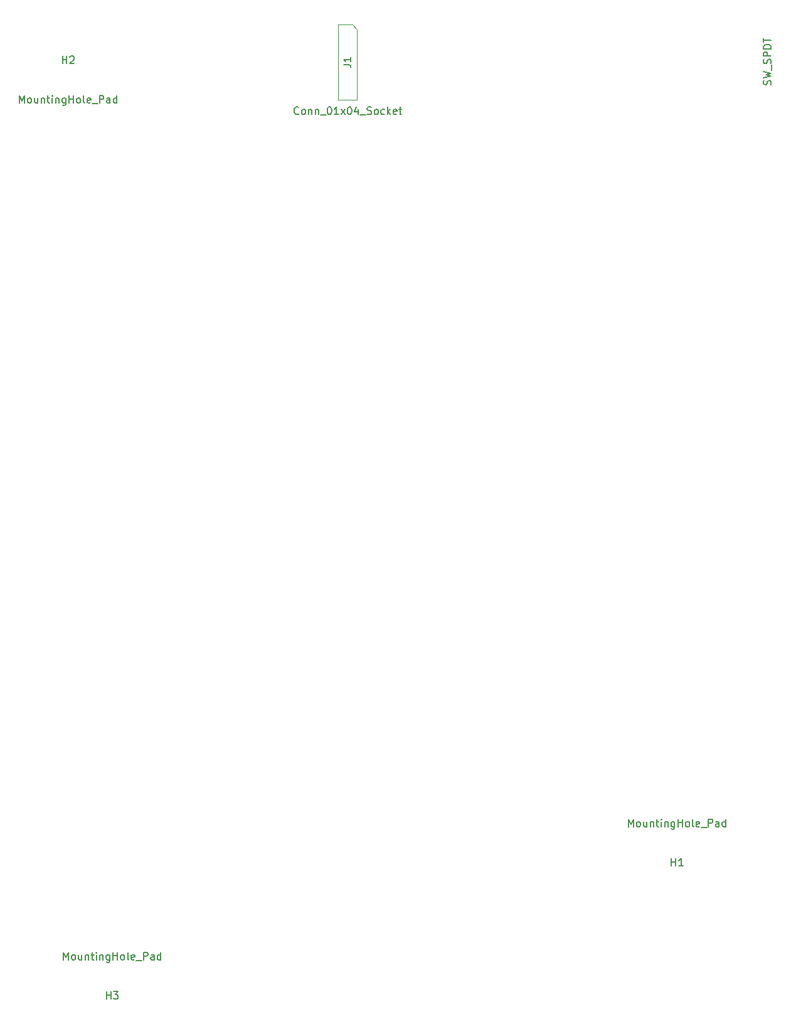
<source format=gbr>
%TF.GenerationSoftware,KiCad,Pcbnew,7.0.8-7.0.8~ubuntu22.04.1*%
%TF.CreationDate,2023-11-09T15:08:59-07:00*%
%TF.ProjectId,stepper_microscope_stage,73746570-7065-4725-9f6d-6963726f7363,10*%
%TF.SameCoordinates,Original*%
%TF.FileFunction,AssemblyDrawing,Top*%
%FSLAX46Y46*%
G04 Gerber Fmt 4.6, Leading zero omitted, Abs format (unit mm)*
G04 Created by KiCad (PCBNEW 7.0.8-7.0.8~ubuntu22.04.1) date 2023-11-09 15:08:59*
%MOMM*%
%LPD*%
G01*
G04 APERTURE LIST*
%ADD10C,0.150000*%
%ADD11C,0.100000*%
G04 APERTURE END LIST*
D10*
X142452556Y-52428093D02*
X142500175Y-52285236D01*
X142500175Y-52285236D02*
X142500175Y-52047141D01*
X142500175Y-52047141D02*
X142452556Y-51951903D01*
X142452556Y-51951903D02*
X142404936Y-51904284D01*
X142404936Y-51904284D02*
X142309698Y-51856665D01*
X142309698Y-51856665D02*
X142214460Y-51856665D01*
X142214460Y-51856665D02*
X142119222Y-51904284D01*
X142119222Y-51904284D02*
X142071603Y-51951903D01*
X142071603Y-51951903D02*
X142023984Y-52047141D01*
X142023984Y-52047141D02*
X141976365Y-52237617D01*
X141976365Y-52237617D02*
X141928746Y-52332855D01*
X141928746Y-52332855D02*
X141881127Y-52380474D01*
X141881127Y-52380474D02*
X141785889Y-52428093D01*
X141785889Y-52428093D02*
X141690651Y-52428093D01*
X141690651Y-52428093D02*
X141595413Y-52380474D01*
X141595413Y-52380474D02*
X141547794Y-52332855D01*
X141547794Y-52332855D02*
X141500175Y-52237617D01*
X141500175Y-52237617D02*
X141500175Y-51999522D01*
X141500175Y-51999522D02*
X141547794Y-51856665D01*
X141500175Y-51523331D02*
X142500175Y-51285236D01*
X142500175Y-51285236D02*
X141785889Y-51094760D01*
X141785889Y-51094760D02*
X142500175Y-50904284D01*
X142500175Y-50904284D02*
X141500175Y-50666189D01*
X142595413Y-50523332D02*
X142595413Y-49761427D01*
X142452556Y-49570950D02*
X142500175Y-49428093D01*
X142500175Y-49428093D02*
X142500175Y-49189998D01*
X142500175Y-49189998D02*
X142452556Y-49094760D01*
X142452556Y-49094760D02*
X142404936Y-49047141D01*
X142404936Y-49047141D02*
X142309698Y-48999522D01*
X142309698Y-48999522D02*
X142214460Y-48999522D01*
X142214460Y-48999522D02*
X142119222Y-49047141D01*
X142119222Y-49047141D02*
X142071603Y-49094760D01*
X142071603Y-49094760D02*
X142023984Y-49189998D01*
X142023984Y-49189998D02*
X141976365Y-49380474D01*
X141976365Y-49380474D02*
X141928746Y-49475712D01*
X141928746Y-49475712D02*
X141881127Y-49523331D01*
X141881127Y-49523331D02*
X141785889Y-49570950D01*
X141785889Y-49570950D02*
X141690651Y-49570950D01*
X141690651Y-49570950D02*
X141595413Y-49523331D01*
X141595413Y-49523331D02*
X141547794Y-49475712D01*
X141547794Y-49475712D02*
X141500175Y-49380474D01*
X141500175Y-49380474D02*
X141500175Y-49142379D01*
X141500175Y-49142379D02*
X141547794Y-48999522D01*
X142500175Y-48570950D02*
X141500175Y-48570950D01*
X141500175Y-48570950D02*
X141500175Y-48189998D01*
X141500175Y-48189998D02*
X141547794Y-48094760D01*
X141547794Y-48094760D02*
X141595413Y-48047141D01*
X141595413Y-48047141D02*
X141690651Y-47999522D01*
X141690651Y-47999522D02*
X141833508Y-47999522D01*
X141833508Y-47999522D02*
X141928746Y-48047141D01*
X141928746Y-48047141D02*
X141976365Y-48094760D01*
X141976365Y-48094760D02*
X142023984Y-48189998D01*
X142023984Y-48189998D02*
X142023984Y-48570950D01*
X142500175Y-47570950D02*
X141500175Y-47570950D01*
X141500175Y-47570950D02*
X141500175Y-47332855D01*
X141500175Y-47332855D02*
X141547794Y-47189998D01*
X141547794Y-47189998D02*
X141643032Y-47094760D01*
X141643032Y-47094760D02*
X141738270Y-47047141D01*
X141738270Y-47047141D02*
X141928746Y-46999522D01*
X141928746Y-46999522D02*
X142071603Y-46999522D01*
X142071603Y-46999522D02*
X142262079Y-47047141D01*
X142262079Y-47047141D02*
X142357317Y-47094760D01*
X142357317Y-47094760D02*
X142452556Y-47189998D01*
X142452556Y-47189998D02*
X142500175Y-47332855D01*
X142500175Y-47332855D02*
X142500175Y-47570950D01*
X141500175Y-46713807D02*
X141500175Y-46142379D01*
X142500175Y-46428093D02*
X141500175Y-46428093D01*
X78757616Y-56327436D02*
X78709997Y-56375056D01*
X78709997Y-56375056D02*
X78567140Y-56422675D01*
X78567140Y-56422675D02*
X78471902Y-56422675D01*
X78471902Y-56422675D02*
X78329045Y-56375056D01*
X78329045Y-56375056D02*
X78233807Y-56279817D01*
X78233807Y-56279817D02*
X78186188Y-56184579D01*
X78186188Y-56184579D02*
X78138569Y-55994103D01*
X78138569Y-55994103D02*
X78138569Y-55851246D01*
X78138569Y-55851246D02*
X78186188Y-55660770D01*
X78186188Y-55660770D02*
X78233807Y-55565532D01*
X78233807Y-55565532D02*
X78329045Y-55470294D01*
X78329045Y-55470294D02*
X78471902Y-55422675D01*
X78471902Y-55422675D02*
X78567140Y-55422675D01*
X78567140Y-55422675D02*
X78709997Y-55470294D01*
X78709997Y-55470294D02*
X78757616Y-55517913D01*
X79329045Y-56422675D02*
X79233807Y-56375056D01*
X79233807Y-56375056D02*
X79186188Y-56327436D01*
X79186188Y-56327436D02*
X79138569Y-56232198D01*
X79138569Y-56232198D02*
X79138569Y-55946484D01*
X79138569Y-55946484D02*
X79186188Y-55851246D01*
X79186188Y-55851246D02*
X79233807Y-55803627D01*
X79233807Y-55803627D02*
X79329045Y-55756008D01*
X79329045Y-55756008D02*
X79471902Y-55756008D01*
X79471902Y-55756008D02*
X79567140Y-55803627D01*
X79567140Y-55803627D02*
X79614759Y-55851246D01*
X79614759Y-55851246D02*
X79662378Y-55946484D01*
X79662378Y-55946484D02*
X79662378Y-56232198D01*
X79662378Y-56232198D02*
X79614759Y-56327436D01*
X79614759Y-56327436D02*
X79567140Y-56375056D01*
X79567140Y-56375056D02*
X79471902Y-56422675D01*
X79471902Y-56422675D02*
X79329045Y-56422675D01*
X80090950Y-55756008D02*
X80090950Y-56422675D01*
X80090950Y-55851246D02*
X80138569Y-55803627D01*
X80138569Y-55803627D02*
X80233807Y-55756008D01*
X80233807Y-55756008D02*
X80376664Y-55756008D01*
X80376664Y-55756008D02*
X80471902Y-55803627D01*
X80471902Y-55803627D02*
X80519521Y-55898865D01*
X80519521Y-55898865D02*
X80519521Y-56422675D01*
X80995712Y-55756008D02*
X80995712Y-56422675D01*
X80995712Y-55851246D02*
X81043331Y-55803627D01*
X81043331Y-55803627D02*
X81138569Y-55756008D01*
X81138569Y-55756008D02*
X81281426Y-55756008D01*
X81281426Y-55756008D02*
X81376664Y-55803627D01*
X81376664Y-55803627D02*
X81424283Y-55898865D01*
X81424283Y-55898865D02*
X81424283Y-56422675D01*
X81662379Y-56517913D02*
X82424283Y-56517913D01*
X82852855Y-55422675D02*
X82948093Y-55422675D01*
X82948093Y-55422675D02*
X83043331Y-55470294D01*
X83043331Y-55470294D02*
X83090950Y-55517913D01*
X83090950Y-55517913D02*
X83138569Y-55613151D01*
X83138569Y-55613151D02*
X83186188Y-55803627D01*
X83186188Y-55803627D02*
X83186188Y-56041722D01*
X83186188Y-56041722D02*
X83138569Y-56232198D01*
X83138569Y-56232198D02*
X83090950Y-56327436D01*
X83090950Y-56327436D02*
X83043331Y-56375056D01*
X83043331Y-56375056D02*
X82948093Y-56422675D01*
X82948093Y-56422675D02*
X82852855Y-56422675D01*
X82852855Y-56422675D02*
X82757617Y-56375056D01*
X82757617Y-56375056D02*
X82709998Y-56327436D01*
X82709998Y-56327436D02*
X82662379Y-56232198D01*
X82662379Y-56232198D02*
X82614760Y-56041722D01*
X82614760Y-56041722D02*
X82614760Y-55803627D01*
X82614760Y-55803627D02*
X82662379Y-55613151D01*
X82662379Y-55613151D02*
X82709998Y-55517913D01*
X82709998Y-55517913D02*
X82757617Y-55470294D01*
X82757617Y-55470294D02*
X82852855Y-55422675D01*
X84138569Y-56422675D02*
X83567141Y-56422675D01*
X83852855Y-56422675D02*
X83852855Y-55422675D01*
X83852855Y-55422675D02*
X83757617Y-55565532D01*
X83757617Y-55565532D02*
X83662379Y-55660770D01*
X83662379Y-55660770D02*
X83567141Y-55708389D01*
X84471903Y-56422675D02*
X84995712Y-55756008D01*
X84471903Y-55756008D02*
X84995712Y-56422675D01*
X85567141Y-55422675D02*
X85662379Y-55422675D01*
X85662379Y-55422675D02*
X85757617Y-55470294D01*
X85757617Y-55470294D02*
X85805236Y-55517913D01*
X85805236Y-55517913D02*
X85852855Y-55613151D01*
X85852855Y-55613151D02*
X85900474Y-55803627D01*
X85900474Y-55803627D02*
X85900474Y-56041722D01*
X85900474Y-56041722D02*
X85852855Y-56232198D01*
X85852855Y-56232198D02*
X85805236Y-56327436D01*
X85805236Y-56327436D02*
X85757617Y-56375056D01*
X85757617Y-56375056D02*
X85662379Y-56422675D01*
X85662379Y-56422675D02*
X85567141Y-56422675D01*
X85567141Y-56422675D02*
X85471903Y-56375056D01*
X85471903Y-56375056D02*
X85424284Y-56327436D01*
X85424284Y-56327436D02*
X85376665Y-56232198D01*
X85376665Y-56232198D02*
X85329046Y-56041722D01*
X85329046Y-56041722D02*
X85329046Y-55803627D01*
X85329046Y-55803627D02*
X85376665Y-55613151D01*
X85376665Y-55613151D02*
X85424284Y-55517913D01*
X85424284Y-55517913D02*
X85471903Y-55470294D01*
X85471903Y-55470294D02*
X85567141Y-55422675D01*
X86757617Y-55756008D02*
X86757617Y-56422675D01*
X86519522Y-55375056D02*
X86281427Y-56089341D01*
X86281427Y-56089341D02*
X86900474Y-56089341D01*
X87043332Y-56517913D02*
X87805236Y-56517913D01*
X87995713Y-56375056D02*
X88138570Y-56422675D01*
X88138570Y-56422675D02*
X88376665Y-56422675D01*
X88376665Y-56422675D02*
X88471903Y-56375056D01*
X88471903Y-56375056D02*
X88519522Y-56327436D01*
X88519522Y-56327436D02*
X88567141Y-56232198D01*
X88567141Y-56232198D02*
X88567141Y-56136960D01*
X88567141Y-56136960D02*
X88519522Y-56041722D01*
X88519522Y-56041722D02*
X88471903Y-55994103D01*
X88471903Y-55994103D02*
X88376665Y-55946484D01*
X88376665Y-55946484D02*
X88186189Y-55898865D01*
X88186189Y-55898865D02*
X88090951Y-55851246D01*
X88090951Y-55851246D02*
X88043332Y-55803627D01*
X88043332Y-55803627D02*
X87995713Y-55708389D01*
X87995713Y-55708389D02*
X87995713Y-55613151D01*
X87995713Y-55613151D02*
X88043332Y-55517913D01*
X88043332Y-55517913D02*
X88090951Y-55470294D01*
X88090951Y-55470294D02*
X88186189Y-55422675D01*
X88186189Y-55422675D02*
X88424284Y-55422675D01*
X88424284Y-55422675D02*
X88567141Y-55470294D01*
X89138570Y-56422675D02*
X89043332Y-56375056D01*
X89043332Y-56375056D02*
X88995713Y-56327436D01*
X88995713Y-56327436D02*
X88948094Y-56232198D01*
X88948094Y-56232198D02*
X88948094Y-55946484D01*
X88948094Y-55946484D02*
X88995713Y-55851246D01*
X88995713Y-55851246D02*
X89043332Y-55803627D01*
X89043332Y-55803627D02*
X89138570Y-55756008D01*
X89138570Y-55756008D02*
X89281427Y-55756008D01*
X89281427Y-55756008D02*
X89376665Y-55803627D01*
X89376665Y-55803627D02*
X89424284Y-55851246D01*
X89424284Y-55851246D02*
X89471903Y-55946484D01*
X89471903Y-55946484D02*
X89471903Y-56232198D01*
X89471903Y-56232198D02*
X89424284Y-56327436D01*
X89424284Y-56327436D02*
X89376665Y-56375056D01*
X89376665Y-56375056D02*
X89281427Y-56422675D01*
X89281427Y-56422675D02*
X89138570Y-56422675D01*
X90329046Y-56375056D02*
X90233808Y-56422675D01*
X90233808Y-56422675D02*
X90043332Y-56422675D01*
X90043332Y-56422675D02*
X89948094Y-56375056D01*
X89948094Y-56375056D02*
X89900475Y-56327436D01*
X89900475Y-56327436D02*
X89852856Y-56232198D01*
X89852856Y-56232198D02*
X89852856Y-55946484D01*
X89852856Y-55946484D02*
X89900475Y-55851246D01*
X89900475Y-55851246D02*
X89948094Y-55803627D01*
X89948094Y-55803627D02*
X90043332Y-55756008D01*
X90043332Y-55756008D02*
X90233808Y-55756008D01*
X90233808Y-55756008D02*
X90329046Y-55803627D01*
X90757618Y-56422675D02*
X90757618Y-55422675D01*
X90852856Y-56041722D02*
X91138570Y-56422675D01*
X91138570Y-55756008D02*
X90757618Y-56136960D01*
X91948094Y-56375056D02*
X91852856Y-56422675D01*
X91852856Y-56422675D02*
X91662380Y-56422675D01*
X91662380Y-56422675D02*
X91567142Y-56375056D01*
X91567142Y-56375056D02*
X91519523Y-56279817D01*
X91519523Y-56279817D02*
X91519523Y-55898865D01*
X91519523Y-55898865D02*
X91567142Y-55803627D01*
X91567142Y-55803627D02*
X91662380Y-55756008D01*
X91662380Y-55756008D02*
X91852856Y-55756008D01*
X91852856Y-55756008D02*
X91948094Y-55803627D01*
X91948094Y-55803627D02*
X91995713Y-55898865D01*
X91995713Y-55898865D02*
X91995713Y-55994103D01*
X91995713Y-55994103D02*
X91519523Y-56089341D01*
X92281428Y-55756008D02*
X92662380Y-55756008D01*
X92424285Y-55422675D02*
X92424285Y-56279817D01*
X92424285Y-56279817D02*
X92471904Y-56375056D01*
X92471904Y-56375056D02*
X92567142Y-56422675D01*
X92567142Y-56422675D02*
X92662380Y-56422675D01*
X84807675Y-49721189D02*
X85521960Y-49721189D01*
X85521960Y-49721189D02*
X85664817Y-49768808D01*
X85664817Y-49768808D02*
X85760056Y-49864046D01*
X85760056Y-49864046D02*
X85807675Y-50006903D01*
X85807675Y-50006903D02*
X85807675Y-50102141D01*
X85807675Y-48721189D02*
X85807675Y-49292617D01*
X85807675Y-49006903D02*
X84807675Y-49006903D01*
X84807675Y-49006903D02*
X84950532Y-49102141D01*
X84950532Y-49102141D02*
X85045770Y-49197379D01*
X85045770Y-49197379D02*
X85093389Y-49292617D01*
X41056427Y-54882675D02*
X41056427Y-53882675D01*
X41056427Y-53882675D02*
X41389760Y-54596960D01*
X41389760Y-54596960D02*
X41723093Y-53882675D01*
X41723093Y-53882675D02*
X41723093Y-54882675D01*
X42342141Y-54882675D02*
X42246903Y-54835056D01*
X42246903Y-54835056D02*
X42199284Y-54787436D01*
X42199284Y-54787436D02*
X42151665Y-54692198D01*
X42151665Y-54692198D02*
X42151665Y-54406484D01*
X42151665Y-54406484D02*
X42199284Y-54311246D01*
X42199284Y-54311246D02*
X42246903Y-54263627D01*
X42246903Y-54263627D02*
X42342141Y-54216008D01*
X42342141Y-54216008D02*
X42484998Y-54216008D01*
X42484998Y-54216008D02*
X42580236Y-54263627D01*
X42580236Y-54263627D02*
X42627855Y-54311246D01*
X42627855Y-54311246D02*
X42675474Y-54406484D01*
X42675474Y-54406484D02*
X42675474Y-54692198D01*
X42675474Y-54692198D02*
X42627855Y-54787436D01*
X42627855Y-54787436D02*
X42580236Y-54835056D01*
X42580236Y-54835056D02*
X42484998Y-54882675D01*
X42484998Y-54882675D02*
X42342141Y-54882675D01*
X43532617Y-54216008D02*
X43532617Y-54882675D01*
X43104046Y-54216008D02*
X43104046Y-54739817D01*
X43104046Y-54739817D02*
X43151665Y-54835056D01*
X43151665Y-54835056D02*
X43246903Y-54882675D01*
X43246903Y-54882675D02*
X43389760Y-54882675D01*
X43389760Y-54882675D02*
X43484998Y-54835056D01*
X43484998Y-54835056D02*
X43532617Y-54787436D01*
X44008808Y-54216008D02*
X44008808Y-54882675D01*
X44008808Y-54311246D02*
X44056427Y-54263627D01*
X44056427Y-54263627D02*
X44151665Y-54216008D01*
X44151665Y-54216008D02*
X44294522Y-54216008D01*
X44294522Y-54216008D02*
X44389760Y-54263627D01*
X44389760Y-54263627D02*
X44437379Y-54358865D01*
X44437379Y-54358865D02*
X44437379Y-54882675D01*
X44770713Y-54216008D02*
X45151665Y-54216008D01*
X44913570Y-53882675D02*
X44913570Y-54739817D01*
X44913570Y-54739817D02*
X44961189Y-54835056D01*
X44961189Y-54835056D02*
X45056427Y-54882675D01*
X45056427Y-54882675D02*
X45151665Y-54882675D01*
X45484999Y-54882675D02*
X45484999Y-54216008D01*
X45484999Y-53882675D02*
X45437380Y-53930294D01*
X45437380Y-53930294D02*
X45484999Y-53977913D01*
X45484999Y-53977913D02*
X45532618Y-53930294D01*
X45532618Y-53930294D02*
X45484999Y-53882675D01*
X45484999Y-53882675D02*
X45484999Y-53977913D01*
X45961189Y-54216008D02*
X45961189Y-54882675D01*
X45961189Y-54311246D02*
X46008808Y-54263627D01*
X46008808Y-54263627D02*
X46104046Y-54216008D01*
X46104046Y-54216008D02*
X46246903Y-54216008D01*
X46246903Y-54216008D02*
X46342141Y-54263627D01*
X46342141Y-54263627D02*
X46389760Y-54358865D01*
X46389760Y-54358865D02*
X46389760Y-54882675D01*
X47294522Y-54216008D02*
X47294522Y-55025532D01*
X47294522Y-55025532D02*
X47246903Y-55120770D01*
X47246903Y-55120770D02*
X47199284Y-55168389D01*
X47199284Y-55168389D02*
X47104046Y-55216008D01*
X47104046Y-55216008D02*
X46961189Y-55216008D01*
X46961189Y-55216008D02*
X46865951Y-55168389D01*
X47294522Y-54835056D02*
X47199284Y-54882675D01*
X47199284Y-54882675D02*
X47008808Y-54882675D01*
X47008808Y-54882675D02*
X46913570Y-54835056D01*
X46913570Y-54835056D02*
X46865951Y-54787436D01*
X46865951Y-54787436D02*
X46818332Y-54692198D01*
X46818332Y-54692198D02*
X46818332Y-54406484D01*
X46818332Y-54406484D02*
X46865951Y-54311246D01*
X46865951Y-54311246D02*
X46913570Y-54263627D01*
X46913570Y-54263627D02*
X47008808Y-54216008D01*
X47008808Y-54216008D02*
X47199284Y-54216008D01*
X47199284Y-54216008D02*
X47294522Y-54263627D01*
X47770713Y-54882675D02*
X47770713Y-53882675D01*
X47770713Y-54358865D02*
X48342141Y-54358865D01*
X48342141Y-54882675D02*
X48342141Y-53882675D01*
X48961189Y-54882675D02*
X48865951Y-54835056D01*
X48865951Y-54835056D02*
X48818332Y-54787436D01*
X48818332Y-54787436D02*
X48770713Y-54692198D01*
X48770713Y-54692198D02*
X48770713Y-54406484D01*
X48770713Y-54406484D02*
X48818332Y-54311246D01*
X48818332Y-54311246D02*
X48865951Y-54263627D01*
X48865951Y-54263627D02*
X48961189Y-54216008D01*
X48961189Y-54216008D02*
X49104046Y-54216008D01*
X49104046Y-54216008D02*
X49199284Y-54263627D01*
X49199284Y-54263627D02*
X49246903Y-54311246D01*
X49246903Y-54311246D02*
X49294522Y-54406484D01*
X49294522Y-54406484D02*
X49294522Y-54692198D01*
X49294522Y-54692198D02*
X49246903Y-54787436D01*
X49246903Y-54787436D02*
X49199284Y-54835056D01*
X49199284Y-54835056D02*
X49104046Y-54882675D01*
X49104046Y-54882675D02*
X48961189Y-54882675D01*
X49865951Y-54882675D02*
X49770713Y-54835056D01*
X49770713Y-54835056D02*
X49723094Y-54739817D01*
X49723094Y-54739817D02*
X49723094Y-53882675D01*
X50627856Y-54835056D02*
X50532618Y-54882675D01*
X50532618Y-54882675D02*
X50342142Y-54882675D01*
X50342142Y-54882675D02*
X50246904Y-54835056D01*
X50246904Y-54835056D02*
X50199285Y-54739817D01*
X50199285Y-54739817D02*
X50199285Y-54358865D01*
X50199285Y-54358865D02*
X50246904Y-54263627D01*
X50246904Y-54263627D02*
X50342142Y-54216008D01*
X50342142Y-54216008D02*
X50532618Y-54216008D01*
X50532618Y-54216008D02*
X50627856Y-54263627D01*
X50627856Y-54263627D02*
X50675475Y-54358865D01*
X50675475Y-54358865D02*
X50675475Y-54454103D01*
X50675475Y-54454103D02*
X50199285Y-54549341D01*
X50865952Y-54977913D02*
X51627856Y-54977913D01*
X51865952Y-54882675D02*
X51865952Y-53882675D01*
X51865952Y-53882675D02*
X52246904Y-53882675D01*
X52246904Y-53882675D02*
X52342142Y-53930294D01*
X52342142Y-53930294D02*
X52389761Y-53977913D01*
X52389761Y-53977913D02*
X52437380Y-54073151D01*
X52437380Y-54073151D02*
X52437380Y-54216008D01*
X52437380Y-54216008D02*
X52389761Y-54311246D01*
X52389761Y-54311246D02*
X52342142Y-54358865D01*
X52342142Y-54358865D02*
X52246904Y-54406484D01*
X52246904Y-54406484D02*
X51865952Y-54406484D01*
X53294523Y-54882675D02*
X53294523Y-54358865D01*
X53294523Y-54358865D02*
X53246904Y-54263627D01*
X53246904Y-54263627D02*
X53151666Y-54216008D01*
X53151666Y-54216008D02*
X52961190Y-54216008D01*
X52961190Y-54216008D02*
X52865952Y-54263627D01*
X53294523Y-54835056D02*
X53199285Y-54882675D01*
X53199285Y-54882675D02*
X52961190Y-54882675D01*
X52961190Y-54882675D02*
X52865952Y-54835056D01*
X52865952Y-54835056D02*
X52818333Y-54739817D01*
X52818333Y-54739817D02*
X52818333Y-54644579D01*
X52818333Y-54644579D02*
X52865952Y-54549341D01*
X52865952Y-54549341D02*
X52961190Y-54501722D01*
X52961190Y-54501722D02*
X53199285Y-54501722D01*
X53199285Y-54501722D02*
X53294523Y-54454103D01*
X54199285Y-54882675D02*
X54199285Y-53882675D01*
X54199285Y-54835056D02*
X54104047Y-54882675D01*
X54104047Y-54882675D02*
X53913571Y-54882675D01*
X53913571Y-54882675D02*
X53818333Y-54835056D01*
X53818333Y-54835056D02*
X53770714Y-54787436D01*
X53770714Y-54787436D02*
X53723095Y-54692198D01*
X53723095Y-54692198D02*
X53723095Y-54406484D01*
X53723095Y-54406484D02*
X53770714Y-54311246D01*
X53770714Y-54311246D02*
X53818333Y-54263627D01*
X53818333Y-54263627D02*
X53913571Y-54216008D01*
X53913571Y-54216008D02*
X54104047Y-54216008D01*
X54104047Y-54216008D02*
X54199285Y-54263627D01*
X46865951Y-49582675D02*
X46865951Y-48582675D01*
X46865951Y-49058865D02*
X47437379Y-49058865D01*
X47437379Y-49582675D02*
X47437379Y-48582675D01*
X47865951Y-48677913D02*
X47913570Y-48630294D01*
X47913570Y-48630294D02*
X48008808Y-48582675D01*
X48008808Y-48582675D02*
X48246903Y-48582675D01*
X48246903Y-48582675D02*
X48342141Y-48630294D01*
X48342141Y-48630294D02*
X48389760Y-48677913D01*
X48389760Y-48677913D02*
X48437379Y-48773151D01*
X48437379Y-48773151D02*
X48437379Y-48868389D01*
X48437379Y-48868389D02*
X48389760Y-49011246D01*
X48389760Y-49011246D02*
X47818332Y-49582675D01*
X47818332Y-49582675D02*
X48437379Y-49582675D01*
X47006427Y-170432675D02*
X47006427Y-169432675D01*
X47006427Y-169432675D02*
X47339760Y-170146960D01*
X47339760Y-170146960D02*
X47673093Y-169432675D01*
X47673093Y-169432675D02*
X47673093Y-170432675D01*
X48292141Y-170432675D02*
X48196903Y-170385056D01*
X48196903Y-170385056D02*
X48149284Y-170337436D01*
X48149284Y-170337436D02*
X48101665Y-170242198D01*
X48101665Y-170242198D02*
X48101665Y-169956484D01*
X48101665Y-169956484D02*
X48149284Y-169861246D01*
X48149284Y-169861246D02*
X48196903Y-169813627D01*
X48196903Y-169813627D02*
X48292141Y-169766008D01*
X48292141Y-169766008D02*
X48434998Y-169766008D01*
X48434998Y-169766008D02*
X48530236Y-169813627D01*
X48530236Y-169813627D02*
X48577855Y-169861246D01*
X48577855Y-169861246D02*
X48625474Y-169956484D01*
X48625474Y-169956484D02*
X48625474Y-170242198D01*
X48625474Y-170242198D02*
X48577855Y-170337436D01*
X48577855Y-170337436D02*
X48530236Y-170385056D01*
X48530236Y-170385056D02*
X48434998Y-170432675D01*
X48434998Y-170432675D02*
X48292141Y-170432675D01*
X49482617Y-169766008D02*
X49482617Y-170432675D01*
X49054046Y-169766008D02*
X49054046Y-170289817D01*
X49054046Y-170289817D02*
X49101665Y-170385056D01*
X49101665Y-170385056D02*
X49196903Y-170432675D01*
X49196903Y-170432675D02*
X49339760Y-170432675D01*
X49339760Y-170432675D02*
X49434998Y-170385056D01*
X49434998Y-170385056D02*
X49482617Y-170337436D01*
X49958808Y-169766008D02*
X49958808Y-170432675D01*
X49958808Y-169861246D02*
X50006427Y-169813627D01*
X50006427Y-169813627D02*
X50101665Y-169766008D01*
X50101665Y-169766008D02*
X50244522Y-169766008D01*
X50244522Y-169766008D02*
X50339760Y-169813627D01*
X50339760Y-169813627D02*
X50387379Y-169908865D01*
X50387379Y-169908865D02*
X50387379Y-170432675D01*
X50720713Y-169766008D02*
X51101665Y-169766008D01*
X50863570Y-169432675D02*
X50863570Y-170289817D01*
X50863570Y-170289817D02*
X50911189Y-170385056D01*
X50911189Y-170385056D02*
X51006427Y-170432675D01*
X51006427Y-170432675D02*
X51101665Y-170432675D01*
X51434999Y-170432675D02*
X51434999Y-169766008D01*
X51434999Y-169432675D02*
X51387380Y-169480294D01*
X51387380Y-169480294D02*
X51434999Y-169527913D01*
X51434999Y-169527913D02*
X51482618Y-169480294D01*
X51482618Y-169480294D02*
X51434999Y-169432675D01*
X51434999Y-169432675D02*
X51434999Y-169527913D01*
X51911189Y-169766008D02*
X51911189Y-170432675D01*
X51911189Y-169861246D02*
X51958808Y-169813627D01*
X51958808Y-169813627D02*
X52054046Y-169766008D01*
X52054046Y-169766008D02*
X52196903Y-169766008D01*
X52196903Y-169766008D02*
X52292141Y-169813627D01*
X52292141Y-169813627D02*
X52339760Y-169908865D01*
X52339760Y-169908865D02*
X52339760Y-170432675D01*
X53244522Y-169766008D02*
X53244522Y-170575532D01*
X53244522Y-170575532D02*
X53196903Y-170670770D01*
X53196903Y-170670770D02*
X53149284Y-170718389D01*
X53149284Y-170718389D02*
X53054046Y-170766008D01*
X53054046Y-170766008D02*
X52911189Y-170766008D01*
X52911189Y-170766008D02*
X52815951Y-170718389D01*
X53244522Y-170385056D02*
X53149284Y-170432675D01*
X53149284Y-170432675D02*
X52958808Y-170432675D01*
X52958808Y-170432675D02*
X52863570Y-170385056D01*
X52863570Y-170385056D02*
X52815951Y-170337436D01*
X52815951Y-170337436D02*
X52768332Y-170242198D01*
X52768332Y-170242198D02*
X52768332Y-169956484D01*
X52768332Y-169956484D02*
X52815951Y-169861246D01*
X52815951Y-169861246D02*
X52863570Y-169813627D01*
X52863570Y-169813627D02*
X52958808Y-169766008D01*
X52958808Y-169766008D02*
X53149284Y-169766008D01*
X53149284Y-169766008D02*
X53244522Y-169813627D01*
X53720713Y-170432675D02*
X53720713Y-169432675D01*
X53720713Y-169908865D02*
X54292141Y-169908865D01*
X54292141Y-170432675D02*
X54292141Y-169432675D01*
X54911189Y-170432675D02*
X54815951Y-170385056D01*
X54815951Y-170385056D02*
X54768332Y-170337436D01*
X54768332Y-170337436D02*
X54720713Y-170242198D01*
X54720713Y-170242198D02*
X54720713Y-169956484D01*
X54720713Y-169956484D02*
X54768332Y-169861246D01*
X54768332Y-169861246D02*
X54815951Y-169813627D01*
X54815951Y-169813627D02*
X54911189Y-169766008D01*
X54911189Y-169766008D02*
X55054046Y-169766008D01*
X55054046Y-169766008D02*
X55149284Y-169813627D01*
X55149284Y-169813627D02*
X55196903Y-169861246D01*
X55196903Y-169861246D02*
X55244522Y-169956484D01*
X55244522Y-169956484D02*
X55244522Y-170242198D01*
X55244522Y-170242198D02*
X55196903Y-170337436D01*
X55196903Y-170337436D02*
X55149284Y-170385056D01*
X55149284Y-170385056D02*
X55054046Y-170432675D01*
X55054046Y-170432675D02*
X54911189Y-170432675D01*
X55815951Y-170432675D02*
X55720713Y-170385056D01*
X55720713Y-170385056D02*
X55673094Y-170289817D01*
X55673094Y-170289817D02*
X55673094Y-169432675D01*
X56577856Y-170385056D02*
X56482618Y-170432675D01*
X56482618Y-170432675D02*
X56292142Y-170432675D01*
X56292142Y-170432675D02*
X56196904Y-170385056D01*
X56196904Y-170385056D02*
X56149285Y-170289817D01*
X56149285Y-170289817D02*
X56149285Y-169908865D01*
X56149285Y-169908865D02*
X56196904Y-169813627D01*
X56196904Y-169813627D02*
X56292142Y-169766008D01*
X56292142Y-169766008D02*
X56482618Y-169766008D01*
X56482618Y-169766008D02*
X56577856Y-169813627D01*
X56577856Y-169813627D02*
X56625475Y-169908865D01*
X56625475Y-169908865D02*
X56625475Y-170004103D01*
X56625475Y-170004103D02*
X56149285Y-170099341D01*
X56815952Y-170527913D02*
X57577856Y-170527913D01*
X57815952Y-170432675D02*
X57815952Y-169432675D01*
X57815952Y-169432675D02*
X58196904Y-169432675D01*
X58196904Y-169432675D02*
X58292142Y-169480294D01*
X58292142Y-169480294D02*
X58339761Y-169527913D01*
X58339761Y-169527913D02*
X58387380Y-169623151D01*
X58387380Y-169623151D02*
X58387380Y-169766008D01*
X58387380Y-169766008D02*
X58339761Y-169861246D01*
X58339761Y-169861246D02*
X58292142Y-169908865D01*
X58292142Y-169908865D02*
X58196904Y-169956484D01*
X58196904Y-169956484D02*
X57815952Y-169956484D01*
X59244523Y-170432675D02*
X59244523Y-169908865D01*
X59244523Y-169908865D02*
X59196904Y-169813627D01*
X59196904Y-169813627D02*
X59101666Y-169766008D01*
X59101666Y-169766008D02*
X58911190Y-169766008D01*
X58911190Y-169766008D02*
X58815952Y-169813627D01*
X59244523Y-170385056D02*
X59149285Y-170432675D01*
X59149285Y-170432675D02*
X58911190Y-170432675D01*
X58911190Y-170432675D02*
X58815952Y-170385056D01*
X58815952Y-170385056D02*
X58768333Y-170289817D01*
X58768333Y-170289817D02*
X58768333Y-170194579D01*
X58768333Y-170194579D02*
X58815952Y-170099341D01*
X58815952Y-170099341D02*
X58911190Y-170051722D01*
X58911190Y-170051722D02*
X59149285Y-170051722D01*
X59149285Y-170051722D02*
X59244523Y-170004103D01*
X60149285Y-170432675D02*
X60149285Y-169432675D01*
X60149285Y-170385056D02*
X60054047Y-170432675D01*
X60054047Y-170432675D02*
X59863571Y-170432675D01*
X59863571Y-170432675D02*
X59768333Y-170385056D01*
X59768333Y-170385056D02*
X59720714Y-170337436D01*
X59720714Y-170337436D02*
X59673095Y-170242198D01*
X59673095Y-170242198D02*
X59673095Y-169956484D01*
X59673095Y-169956484D02*
X59720714Y-169861246D01*
X59720714Y-169861246D02*
X59768333Y-169813627D01*
X59768333Y-169813627D02*
X59863571Y-169766008D01*
X59863571Y-169766008D02*
X60054047Y-169766008D01*
X60054047Y-169766008D02*
X60149285Y-169813627D01*
X52815951Y-175732675D02*
X52815951Y-174732675D01*
X52815951Y-175208865D02*
X53387379Y-175208865D01*
X53387379Y-175732675D02*
X53387379Y-174732675D01*
X53768332Y-174732675D02*
X54387379Y-174732675D01*
X54387379Y-174732675D02*
X54054046Y-175113627D01*
X54054046Y-175113627D02*
X54196903Y-175113627D01*
X54196903Y-175113627D02*
X54292141Y-175161246D01*
X54292141Y-175161246D02*
X54339760Y-175208865D01*
X54339760Y-175208865D02*
X54387379Y-175304103D01*
X54387379Y-175304103D02*
X54387379Y-175542198D01*
X54387379Y-175542198D02*
X54339760Y-175637436D01*
X54339760Y-175637436D02*
X54292141Y-175685056D01*
X54292141Y-175685056D02*
X54196903Y-175732675D01*
X54196903Y-175732675D02*
X53911189Y-175732675D01*
X53911189Y-175732675D02*
X53815951Y-175685056D01*
X53815951Y-175685056D02*
X53768332Y-175637436D01*
X123256427Y-152482675D02*
X123256427Y-151482675D01*
X123256427Y-151482675D02*
X123589760Y-152196960D01*
X123589760Y-152196960D02*
X123923093Y-151482675D01*
X123923093Y-151482675D02*
X123923093Y-152482675D01*
X124542141Y-152482675D02*
X124446903Y-152435056D01*
X124446903Y-152435056D02*
X124399284Y-152387436D01*
X124399284Y-152387436D02*
X124351665Y-152292198D01*
X124351665Y-152292198D02*
X124351665Y-152006484D01*
X124351665Y-152006484D02*
X124399284Y-151911246D01*
X124399284Y-151911246D02*
X124446903Y-151863627D01*
X124446903Y-151863627D02*
X124542141Y-151816008D01*
X124542141Y-151816008D02*
X124684998Y-151816008D01*
X124684998Y-151816008D02*
X124780236Y-151863627D01*
X124780236Y-151863627D02*
X124827855Y-151911246D01*
X124827855Y-151911246D02*
X124875474Y-152006484D01*
X124875474Y-152006484D02*
X124875474Y-152292198D01*
X124875474Y-152292198D02*
X124827855Y-152387436D01*
X124827855Y-152387436D02*
X124780236Y-152435056D01*
X124780236Y-152435056D02*
X124684998Y-152482675D01*
X124684998Y-152482675D02*
X124542141Y-152482675D01*
X125732617Y-151816008D02*
X125732617Y-152482675D01*
X125304046Y-151816008D02*
X125304046Y-152339817D01*
X125304046Y-152339817D02*
X125351665Y-152435056D01*
X125351665Y-152435056D02*
X125446903Y-152482675D01*
X125446903Y-152482675D02*
X125589760Y-152482675D01*
X125589760Y-152482675D02*
X125684998Y-152435056D01*
X125684998Y-152435056D02*
X125732617Y-152387436D01*
X126208808Y-151816008D02*
X126208808Y-152482675D01*
X126208808Y-151911246D02*
X126256427Y-151863627D01*
X126256427Y-151863627D02*
X126351665Y-151816008D01*
X126351665Y-151816008D02*
X126494522Y-151816008D01*
X126494522Y-151816008D02*
X126589760Y-151863627D01*
X126589760Y-151863627D02*
X126637379Y-151958865D01*
X126637379Y-151958865D02*
X126637379Y-152482675D01*
X126970713Y-151816008D02*
X127351665Y-151816008D01*
X127113570Y-151482675D02*
X127113570Y-152339817D01*
X127113570Y-152339817D02*
X127161189Y-152435056D01*
X127161189Y-152435056D02*
X127256427Y-152482675D01*
X127256427Y-152482675D02*
X127351665Y-152482675D01*
X127684999Y-152482675D02*
X127684999Y-151816008D01*
X127684999Y-151482675D02*
X127637380Y-151530294D01*
X127637380Y-151530294D02*
X127684999Y-151577913D01*
X127684999Y-151577913D02*
X127732618Y-151530294D01*
X127732618Y-151530294D02*
X127684999Y-151482675D01*
X127684999Y-151482675D02*
X127684999Y-151577913D01*
X128161189Y-151816008D02*
X128161189Y-152482675D01*
X128161189Y-151911246D02*
X128208808Y-151863627D01*
X128208808Y-151863627D02*
X128304046Y-151816008D01*
X128304046Y-151816008D02*
X128446903Y-151816008D01*
X128446903Y-151816008D02*
X128542141Y-151863627D01*
X128542141Y-151863627D02*
X128589760Y-151958865D01*
X128589760Y-151958865D02*
X128589760Y-152482675D01*
X129494522Y-151816008D02*
X129494522Y-152625532D01*
X129494522Y-152625532D02*
X129446903Y-152720770D01*
X129446903Y-152720770D02*
X129399284Y-152768389D01*
X129399284Y-152768389D02*
X129304046Y-152816008D01*
X129304046Y-152816008D02*
X129161189Y-152816008D01*
X129161189Y-152816008D02*
X129065951Y-152768389D01*
X129494522Y-152435056D02*
X129399284Y-152482675D01*
X129399284Y-152482675D02*
X129208808Y-152482675D01*
X129208808Y-152482675D02*
X129113570Y-152435056D01*
X129113570Y-152435056D02*
X129065951Y-152387436D01*
X129065951Y-152387436D02*
X129018332Y-152292198D01*
X129018332Y-152292198D02*
X129018332Y-152006484D01*
X129018332Y-152006484D02*
X129065951Y-151911246D01*
X129065951Y-151911246D02*
X129113570Y-151863627D01*
X129113570Y-151863627D02*
X129208808Y-151816008D01*
X129208808Y-151816008D02*
X129399284Y-151816008D01*
X129399284Y-151816008D02*
X129494522Y-151863627D01*
X129970713Y-152482675D02*
X129970713Y-151482675D01*
X129970713Y-151958865D02*
X130542141Y-151958865D01*
X130542141Y-152482675D02*
X130542141Y-151482675D01*
X131161189Y-152482675D02*
X131065951Y-152435056D01*
X131065951Y-152435056D02*
X131018332Y-152387436D01*
X131018332Y-152387436D02*
X130970713Y-152292198D01*
X130970713Y-152292198D02*
X130970713Y-152006484D01*
X130970713Y-152006484D02*
X131018332Y-151911246D01*
X131018332Y-151911246D02*
X131065951Y-151863627D01*
X131065951Y-151863627D02*
X131161189Y-151816008D01*
X131161189Y-151816008D02*
X131304046Y-151816008D01*
X131304046Y-151816008D02*
X131399284Y-151863627D01*
X131399284Y-151863627D02*
X131446903Y-151911246D01*
X131446903Y-151911246D02*
X131494522Y-152006484D01*
X131494522Y-152006484D02*
X131494522Y-152292198D01*
X131494522Y-152292198D02*
X131446903Y-152387436D01*
X131446903Y-152387436D02*
X131399284Y-152435056D01*
X131399284Y-152435056D02*
X131304046Y-152482675D01*
X131304046Y-152482675D02*
X131161189Y-152482675D01*
X132065951Y-152482675D02*
X131970713Y-152435056D01*
X131970713Y-152435056D02*
X131923094Y-152339817D01*
X131923094Y-152339817D02*
X131923094Y-151482675D01*
X132827856Y-152435056D02*
X132732618Y-152482675D01*
X132732618Y-152482675D02*
X132542142Y-152482675D01*
X132542142Y-152482675D02*
X132446904Y-152435056D01*
X132446904Y-152435056D02*
X132399285Y-152339817D01*
X132399285Y-152339817D02*
X132399285Y-151958865D01*
X132399285Y-151958865D02*
X132446904Y-151863627D01*
X132446904Y-151863627D02*
X132542142Y-151816008D01*
X132542142Y-151816008D02*
X132732618Y-151816008D01*
X132732618Y-151816008D02*
X132827856Y-151863627D01*
X132827856Y-151863627D02*
X132875475Y-151958865D01*
X132875475Y-151958865D02*
X132875475Y-152054103D01*
X132875475Y-152054103D02*
X132399285Y-152149341D01*
X133065952Y-152577913D02*
X133827856Y-152577913D01*
X134065952Y-152482675D02*
X134065952Y-151482675D01*
X134065952Y-151482675D02*
X134446904Y-151482675D01*
X134446904Y-151482675D02*
X134542142Y-151530294D01*
X134542142Y-151530294D02*
X134589761Y-151577913D01*
X134589761Y-151577913D02*
X134637380Y-151673151D01*
X134637380Y-151673151D02*
X134637380Y-151816008D01*
X134637380Y-151816008D02*
X134589761Y-151911246D01*
X134589761Y-151911246D02*
X134542142Y-151958865D01*
X134542142Y-151958865D02*
X134446904Y-152006484D01*
X134446904Y-152006484D02*
X134065952Y-152006484D01*
X135494523Y-152482675D02*
X135494523Y-151958865D01*
X135494523Y-151958865D02*
X135446904Y-151863627D01*
X135446904Y-151863627D02*
X135351666Y-151816008D01*
X135351666Y-151816008D02*
X135161190Y-151816008D01*
X135161190Y-151816008D02*
X135065952Y-151863627D01*
X135494523Y-152435056D02*
X135399285Y-152482675D01*
X135399285Y-152482675D02*
X135161190Y-152482675D01*
X135161190Y-152482675D02*
X135065952Y-152435056D01*
X135065952Y-152435056D02*
X135018333Y-152339817D01*
X135018333Y-152339817D02*
X135018333Y-152244579D01*
X135018333Y-152244579D02*
X135065952Y-152149341D01*
X135065952Y-152149341D02*
X135161190Y-152101722D01*
X135161190Y-152101722D02*
X135399285Y-152101722D01*
X135399285Y-152101722D02*
X135494523Y-152054103D01*
X136399285Y-152482675D02*
X136399285Y-151482675D01*
X136399285Y-152435056D02*
X136304047Y-152482675D01*
X136304047Y-152482675D02*
X136113571Y-152482675D01*
X136113571Y-152482675D02*
X136018333Y-152435056D01*
X136018333Y-152435056D02*
X135970714Y-152387436D01*
X135970714Y-152387436D02*
X135923095Y-152292198D01*
X135923095Y-152292198D02*
X135923095Y-152006484D01*
X135923095Y-152006484D02*
X135970714Y-151911246D01*
X135970714Y-151911246D02*
X136018333Y-151863627D01*
X136018333Y-151863627D02*
X136113571Y-151816008D01*
X136113571Y-151816008D02*
X136304047Y-151816008D01*
X136304047Y-151816008D02*
X136399285Y-151863627D01*
X129065951Y-157782675D02*
X129065951Y-156782675D01*
X129065951Y-157258865D02*
X129637379Y-157258865D01*
X129637379Y-157782675D02*
X129637379Y-156782675D01*
X130637379Y-157782675D02*
X130065951Y-157782675D01*
X130351665Y-157782675D02*
X130351665Y-156782675D01*
X130351665Y-156782675D02*
X130256427Y-156925532D01*
X130256427Y-156925532D02*
X130161189Y-157020770D01*
X130161189Y-157020770D02*
X130065951Y-157068389D01*
D11*
%TO.C,J1*%
X85987856Y-44307856D02*
X86622856Y-44942856D01*
X86622856Y-44942856D02*
X86622856Y-54467856D01*
X84082856Y-54467856D02*
X84082856Y-44307856D01*
X84082856Y-44307856D02*
X85987856Y-44307856D01*
X86622856Y-54467856D02*
X84082856Y-54467856D01*
%TD*%
M02*

</source>
